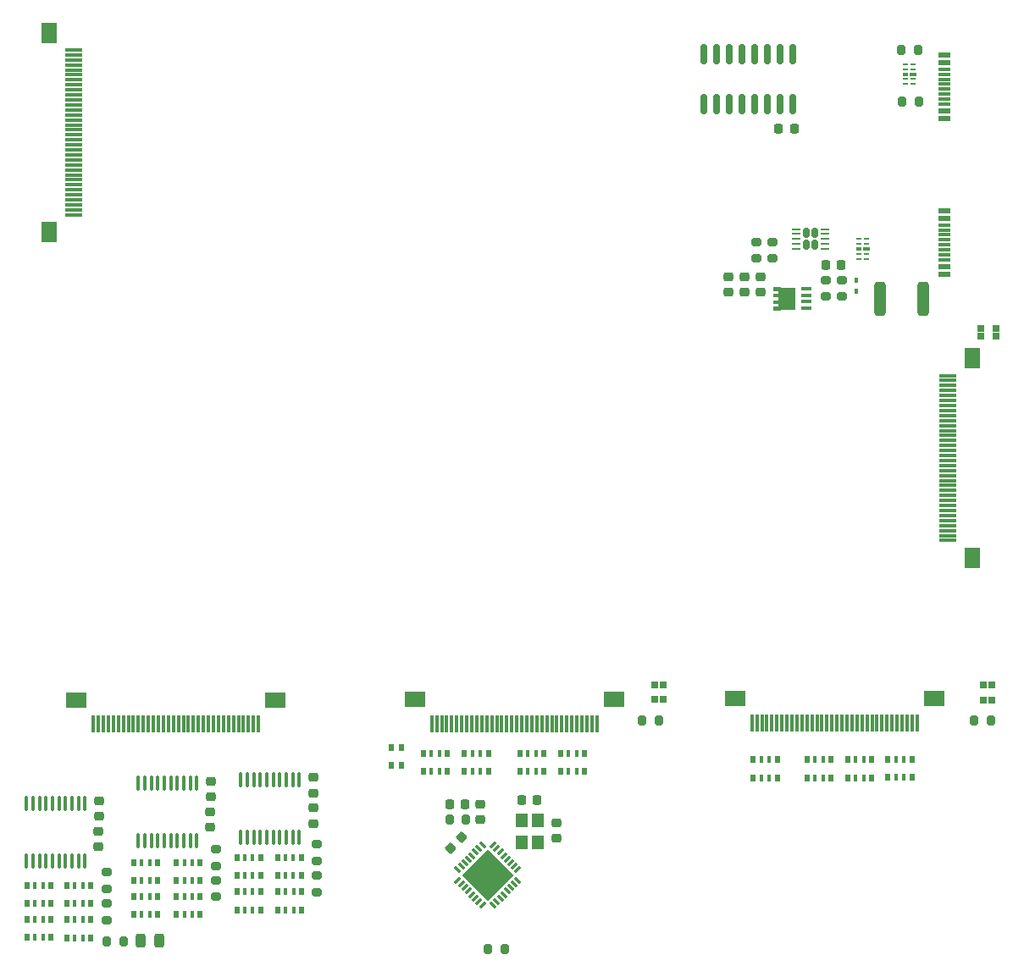
<source format=gtp>
G04 #@! TF.GenerationSoftware,KiCad,Pcbnew,9.0.2-2.fc42*
G04 #@! TF.CreationDate,2025-07-15T14:43:00+03:00*
G04 #@! TF.ProjectId,QMTECH_XC7A100T-Expantion-Board,514d5445-4348-45f5-9843-374131303054,rev?*
G04 #@! TF.SameCoordinates,Original*
G04 #@! TF.FileFunction,Paste,Top*
G04 #@! TF.FilePolarity,Positive*
%FSLAX46Y46*%
G04 Gerber Fmt 4.6, Leading zero omitted, Abs format (unit mm)*
G04 Created by KiCad (PCBNEW 9.0.2-2.fc42) date 2025-07-15 14:43:00*
%MOMM*%
%LPD*%
G01*
G04 APERTURE LIST*
G04 Aperture macros list*
%AMRoundRect*
0 Rectangle with rounded corners*
0 $1 Rounding radius*
0 $2 $3 $4 $5 $6 $7 $8 $9 X,Y pos of 4 corners*
0 Add a 4 corners polygon primitive as box body*
4,1,4,$2,$3,$4,$5,$6,$7,$8,$9,$2,$3,0*
0 Add four circle primitives for the rounded corners*
1,1,$1+$1,$2,$3*
1,1,$1+$1,$4,$5*
1,1,$1+$1,$6,$7*
1,1,$1+$1,$8,$9*
0 Add four rect primitives between the rounded corners*
20,1,$1+$1,$2,$3,$4,$5,0*
20,1,$1+$1,$4,$5,$6,$7,0*
20,1,$1+$1,$6,$7,$8,$9,0*
20,1,$1+$1,$8,$9,$2,$3,0*%
%AMRotRect*
0 Rectangle, with rotation*
0 The origin of the aperture is its center*
0 $1 length*
0 $2 width*
0 $3 Rotation angle, in degrees counterclockwise*
0 Add horizontal line*
21,1,$1,$2,0,0,$3*%
%AMFreePoly0*
4,1,21,1.372500,0.787500,0.862500,0.787500,0.862500,0.532500,1.372500,0.532500,1.372500,0.127500,0.862500,0.127500,0.862500,-0.127500,1.372500,-0.127500,1.372500,-0.532500,0.862500,-0.532500,0.862500,-0.787500,1.372500,-0.787500,1.372500,-1.195000,0.612500,-1.195000,0.612500,-1.117500,-0.862500,-1.117500,-0.862500,1.117500,0.612500,1.117500,0.612500,1.195000,1.372500,1.195000,
1.372500,0.787500,1.372500,0.787500,$1*%
G04 Aperture macros list end*
%ADD10R,0.500000X0.800000*%
%ADD11RoundRect,0.225000X0.250000X-0.225000X0.250000X0.225000X-0.250000X0.225000X-0.250000X-0.225000X0*%
%ADD12R,0.400000X0.800000*%
%ADD13R,0.300000X1.800000*%
%ADD14R,2.000000X1.500000*%
%ADD15RoundRect,0.243750X0.243750X0.456250X-0.243750X0.456250X-0.243750X-0.456250X0.243750X-0.456250X0*%
%ADD16RoundRect,0.200000X0.275000X-0.200000X0.275000X0.200000X-0.275000X0.200000X-0.275000X-0.200000X0*%
%ADD17RoundRect,0.200000X-0.200000X-0.275000X0.200000X-0.275000X0.200000X0.275000X-0.200000X0.275000X0*%
%ADD18RoundRect,0.200000X-0.275000X0.200000X-0.275000X-0.200000X0.275000X-0.200000X0.275000X0.200000X0*%
%ADD19R,0.650000X0.800000*%
%ADD20RoundRect,0.225000X-0.225000X-0.250000X0.225000X-0.250000X0.225000X0.250000X-0.225000X0.250000X0*%
%ADD21R,0.450000X0.600000*%
%ADD22RoundRect,0.200000X0.200000X0.275000X-0.200000X0.275000X-0.200000X-0.275000X0.200000X-0.275000X0*%
%ADD23RoundRect,0.100000X-0.100000X0.637500X-0.100000X-0.637500X0.100000X-0.637500X0.100000X0.637500X0*%
%ADD24R,1.800000X0.300000*%
%ADD25R,1.500000X2.000000*%
%ADD26RoundRect,0.225000X0.225000X0.250000X-0.225000X0.250000X-0.225000X-0.250000X0.225000X-0.250000X0*%
%ADD27R,0.625000X0.250000*%
%ADD28R,0.700000X0.450000*%
%ADD29R,0.575000X0.450000*%
%ADD30R,1.160000X0.600000*%
%ADD31R,1.160000X0.300000*%
%ADD32RoundRect,0.225000X0.017678X-0.335876X0.335876X-0.017678X-0.017678X0.335876X-0.335876X0.017678X0*%
%ADD33RoundRect,0.167500X0.167500X0.312500X-0.167500X0.312500X-0.167500X-0.312500X0.167500X-0.312500X0*%
%ADD34RoundRect,0.062500X0.362500X0.062500X-0.362500X0.062500X-0.362500X-0.062500X0.362500X-0.062500X0*%
%ADD35RoundRect,0.225000X-0.250000X0.225000X-0.250000X-0.225000X0.250000X-0.225000X0.250000X0.225000X0*%
%ADD36R,0.800000X0.650000*%
%ADD37R,0.990000X0.405000*%
%ADD38FreePoly0,180.000000*%
%ADD39R,1.200000X1.400000*%
%ADD40RoundRect,0.150000X-0.150000X0.825000X-0.150000X-0.825000X0.150000X-0.825000X0.150000X0.825000X0*%
%ADD41RoundRect,0.250000X-0.312500X-1.450000X0.312500X-1.450000X0.312500X1.450000X-0.312500X1.450000X0*%
%ADD42RotRect,0.800000X0.300000X135.000000*%
%ADD43RotRect,0.800000X0.300000X225.000000*%
%ADD44RotRect,0.800000X0.300000X315.000000*%
%ADD45RotRect,0.800000X0.300000X45.000000*%
%ADD46RotRect,3.600000X3.600000X135.000000*%
G04 APERTURE END LIST*
D10*
X99593400Y-117275200D03*
X98593402Y-117275200D03*
X98593402Y-119075200D03*
X99593400Y-119075200D03*
D11*
X90805000Y-124854000D03*
X90805000Y-123304000D03*
X69291200Y-127165400D03*
X69291200Y-125615400D03*
D10*
X72822000Y-130556000D03*
D12*
X73622000Y-130556000D03*
X74422000Y-130556000D03*
D10*
X75222000Y-130556000D03*
X75222000Y-128756000D03*
D12*
X74422000Y-128756000D03*
X73622000Y-128756000D03*
D10*
X72822000Y-128756000D03*
D11*
X132257800Y-71742600D03*
X132257800Y-70192600D03*
D13*
X68795000Y-114935000D03*
X69295000Y-114935000D03*
X69795000Y-114935000D03*
X70295000Y-114935000D03*
X70795000Y-114935000D03*
X71295000Y-114935000D03*
X71795000Y-114935000D03*
X72295000Y-114935000D03*
X72795000Y-114935000D03*
X73295000Y-114935000D03*
X73795000Y-114935000D03*
X74295000Y-114935000D03*
X74795000Y-114935000D03*
X75295000Y-114935000D03*
X75795000Y-114935000D03*
X76295000Y-114935000D03*
X76795000Y-114935000D03*
X77295000Y-114935000D03*
X77795000Y-114935000D03*
X78295000Y-114935000D03*
X78795000Y-114935000D03*
X79295000Y-114935000D03*
X79795000Y-114935000D03*
X80295000Y-114935000D03*
X80795000Y-114935000D03*
X81295000Y-114935000D03*
X81795000Y-114935000D03*
X82295000Y-114935000D03*
X82795000Y-114935000D03*
X83295000Y-114935000D03*
X83795000Y-114935000D03*
X84295000Y-114935000D03*
X84795000Y-114935000D03*
X85295000Y-114935000D03*
D14*
X86995000Y-112495000D03*
X67095000Y-112495000D03*
D10*
X104197000Y-117845000D03*
D12*
X103397000Y-117845000D03*
X102597000Y-117845000D03*
D10*
X101797000Y-117845000D03*
X101797000Y-119645000D03*
D12*
X102597000Y-119645000D03*
X103397000Y-119645000D03*
D10*
X104197000Y-119645000D03*
D11*
X80568800Y-122187000D03*
X80568800Y-120637000D03*
D15*
X75410301Y-136575800D03*
X73535299Y-136575800D03*
D16*
X143637000Y-72173600D03*
X143637000Y-70523600D03*
D10*
X66148000Y-132842000D03*
D12*
X66948000Y-132842000D03*
X67748000Y-132842000D03*
D10*
X68548000Y-132842000D03*
X68548000Y-131042000D03*
D12*
X67748000Y-131042000D03*
X66948000Y-131042000D03*
D10*
X66148000Y-131042000D03*
D17*
X108268000Y-137414000D03*
X109918000Y-137414000D03*
D18*
X91135200Y-126962400D03*
X91135200Y-128612400D03*
D10*
X77083000Y-133985000D03*
D12*
X77883000Y-133985000D03*
X78683000Y-133985000D03*
D10*
X79483000Y-133985000D03*
X79483000Y-132185000D03*
D12*
X78683000Y-132185000D03*
X77883000Y-132185000D03*
D10*
X77083000Y-132185000D03*
D19*
X158572200Y-112547400D03*
X157732200Y-112547400D03*
X157732200Y-111047400D03*
X158572200Y-111047400D03*
D18*
X135051800Y-66713600D03*
X135051800Y-68363600D03*
D20*
X111620000Y-122555000D03*
X113170000Y-122555000D03*
X104431800Y-122961400D03*
X105981800Y-122961400D03*
D10*
X62173000Y-132842000D03*
D12*
X62973000Y-132842000D03*
X63773000Y-132842000D03*
D10*
X64573000Y-132842000D03*
X64573000Y-131042000D03*
D12*
X63773000Y-131042000D03*
X62973000Y-131042000D03*
D10*
X62173000Y-131042000D03*
D13*
X102621000Y-114885000D03*
X103121000Y-114885000D03*
X103621000Y-114885000D03*
X104121000Y-114885000D03*
X104621000Y-114885000D03*
X105121000Y-114885000D03*
X105621000Y-114885000D03*
X106121000Y-114885000D03*
X106621000Y-114885000D03*
X107121000Y-114885000D03*
X107621000Y-114885000D03*
X108121000Y-114885000D03*
X108621000Y-114885000D03*
X109121000Y-114885000D03*
X109621000Y-114885000D03*
X110121000Y-114885000D03*
X110621000Y-114885000D03*
X111121000Y-114885000D03*
X111621000Y-114885000D03*
X112121000Y-114885000D03*
X112621000Y-114885000D03*
X113121000Y-114885000D03*
X113621000Y-114885000D03*
X114121000Y-114885000D03*
X114621000Y-114885000D03*
X115121000Y-114885000D03*
X115621000Y-114885000D03*
X116121000Y-114885000D03*
X116621000Y-114885000D03*
X117121000Y-114885000D03*
X117621000Y-114885000D03*
X118121000Y-114885000D03*
X118621000Y-114885000D03*
X119121000Y-114885000D03*
D14*
X120821000Y-112445000D03*
X100921000Y-112445000D03*
D21*
X145034000Y-71670000D03*
X145034000Y-70570000D03*
D11*
X90805000Y-121806000D03*
X90805000Y-120256000D03*
D10*
X108280000Y-117845000D03*
D12*
X107480000Y-117845000D03*
X106680000Y-117845000D03*
D10*
X105880000Y-117845000D03*
X105880000Y-119645000D03*
D12*
X106680000Y-119645000D03*
X107480000Y-119645000D03*
D10*
X108280000Y-119645000D03*
D22*
X158482800Y-114554000D03*
X156832800Y-114554000D03*
D23*
X79125000Y-120835500D03*
X78475000Y-120835500D03*
X77825000Y-120835500D03*
X77175000Y-120835500D03*
X76525000Y-120835500D03*
X75875000Y-120835500D03*
X75225000Y-120835500D03*
X74575000Y-120835500D03*
X73925000Y-120835500D03*
X73275000Y-120835500D03*
X73275000Y-126560500D03*
X73925000Y-126560500D03*
X74575000Y-126560500D03*
X75225000Y-126560500D03*
X75875000Y-126560500D03*
X76525000Y-126560500D03*
X77175000Y-126560500D03*
X77825000Y-126560500D03*
X78475000Y-126560500D03*
X79125000Y-126560500D03*
D24*
X66801500Y-64003000D03*
X66801500Y-63503000D03*
X66801500Y-63003000D03*
X66801500Y-62503000D03*
X66801500Y-62003000D03*
X66801500Y-61503000D03*
X66801500Y-61003000D03*
X66801500Y-60503000D03*
X66801500Y-60003000D03*
X66801500Y-59503000D03*
X66801500Y-59003000D03*
X66801500Y-58503000D03*
X66801500Y-58003000D03*
X66801500Y-57503000D03*
X66801500Y-57003000D03*
X66801500Y-56503000D03*
X66801500Y-56003000D03*
X66801500Y-55503000D03*
X66801500Y-55003000D03*
X66801500Y-54503000D03*
X66801500Y-54003000D03*
X66801500Y-53503000D03*
X66801500Y-53003000D03*
X66801500Y-52503000D03*
X66801500Y-52003000D03*
X66801500Y-51503000D03*
X66801500Y-51003000D03*
X66801500Y-50503000D03*
X66801500Y-50003000D03*
X66801500Y-49503000D03*
X66801500Y-49003000D03*
X66801500Y-48503000D03*
X66801500Y-48003000D03*
X66801500Y-47503000D03*
D25*
X64361500Y-45803000D03*
X64361500Y-65703000D03*
D18*
X70129400Y-132855200D03*
X70129400Y-134505200D03*
D26*
X143548400Y-69037200D03*
X141998400Y-69037200D03*
D10*
X137160000Y-118480000D03*
D12*
X136360000Y-118480000D03*
X135560000Y-118480000D03*
D10*
X134760000Y-118480000D03*
X134760000Y-120280000D03*
D12*
X135560000Y-120280000D03*
X136360000Y-120280000D03*
D10*
X137160000Y-120280000D03*
X117913000Y-117845000D03*
D12*
X117113000Y-117845000D03*
X116313000Y-117845000D03*
D10*
X115513000Y-117845000D03*
X115513000Y-119645000D03*
D12*
X116313000Y-119645000D03*
X117113000Y-119645000D03*
D10*
X117913000Y-119645000D03*
D18*
X70129400Y-129756400D03*
X70129400Y-131406400D03*
D27*
X146088399Y-68393800D03*
X146088398Y-67893800D03*
D28*
X146050898Y-67393800D03*
D27*
X146088398Y-66893800D03*
X146088399Y-66393800D03*
X145313399Y-66393800D03*
X145313400Y-66893800D03*
D29*
X145288398Y-67393800D03*
D27*
X145313400Y-67893800D03*
X145313399Y-68393800D03*
D30*
X153847600Y-69953200D03*
X153847600Y-69153200D03*
D31*
X153847600Y-68003199D03*
X153847600Y-67003200D03*
X153847600Y-66503200D03*
X153847600Y-65503201D03*
D30*
X153847600Y-64353200D03*
X153847600Y-63553200D03*
X153847600Y-63553200D03*
X153847600Y-64353200D03*
D31*
X153847600Y-65003200D03*
X153847600Y-66003200D03*
X153847600Y-67503200D03*
X153847600Y-68503200D03*
D30*
X153847600Y-69153200D03*
X153847600Y-69953200D03*
D11*
X80467200Y-125235000D03*
X80467200Y-123685000D03*
D32*
X104521000Y-127381000D03*
X105617016Y-126284984D03*
D23*
X89371000Y-120513000D03*
X88721000Y-120513000D03*
X88071000Y-120513000D03*
X87421000Y-120513000D03*
X86771000Y-120513000D03*
X86121000Y-120513000D03*
X85471000Y-120513000D03*
X84821000Y-120513000D03*
X84171000Y-120513000D03*
X83521000Y-120513000D03*
X83521000Y-126238000D03*
X84171000Y-126238000D03*
X84821000Y-126238000D03*
X85471000Y-126238000D03*
X86121000Y-126238000D03*
X86771000Y-126238000D03*
X87421000Y-126238000D03*
X88071000Y-126238000D03*
X88721000Y-126238000D03*
X89371000Y-126238000D03*
X67949000Y-122867500D03*
X67299000Y-122867500D03*
X66649000Y-122867500D03*
X65999000Y-122867500D03*
X65349000Y-122867500D03*
X64699000Y-122867500D03*
X64049000Y-122867500D03*
X63399000Y-122867500D03*
X62749000Y-122867500D03*
X62099000Y-122867500D03*
X62099000Y-128592500D03*
X62749000Y-128592500D03*
X63399000Y-128592500D03*
X64049000Y-128592500D03*
X64699000Y-128592500D03*
X65349000Y-128592500D03*
X65999000Y-128592500D03*
X66649000Y-128592500D03*
X67299000Y-128592500D03*
X67949000Y-128592500D03*
D10*
X66129000Y-136282000D03*
D12*
X66929000Y-136282000D03*
X67729000Y-136282000D03*
D10*
X68529000Y-136282000D03*
X68529000Y-134482000D03*
D12*
X67729000Y-134482000D03*
X66929000Y-134482000D03*
D10*
X66129000Y-134482000D03*
X142551000Y-118491000D03*
D12*
X141751000Y-118491000D03*
X140951000Y-118491000D03*
D10*
X140151000Y-118491000D03*
X140151000Y-120291000D03*
D12*
X140951000Y-120291000D03*
X141751000Y-120291000D03*
D10*
X142551000Y-120291000D03*
D24*
X154178500Y-80065800D03*
X154178500Y-80565800D03*
X154178500Y-81065800D03*
X154178500Y-81565800D03*
X154178500Y-82065800D03*
X154178500Y-82565800D03*
X154178500Y-83065800D03*
X154178500Y-83565800D03*
X154178500Y-84065800D03*
X154178500Y-84565800D03*
X154178500Y-85065800D03*
X154178500Y-85565800D03*
X154178500Y-86065800D03*
X154178500Y-86565800D03*
X154178500Y-87065800D03*
X154178500Y-87565800D03*
X154178500Y-88065800D03*
X154178500Y-88565800D03*
X154178500Y-89065800D03*
X154178500Y-89565800D03*
X154178500Y-90065800D03*
X154178500Y-90565800D03*
X154178500Y-91065800D03*
X154178500Y-91565800D03*
X154178500Y-92065800D03*
X154178500Y-92565800D03*
X154178500Y-93065800D03*
X154178500Y-93565800D03*
X154178500Y-94065800D03*
X154178500Y-94565800D03*
X154178500Y-95065800D03*
X154178500Y-95565800D03*
X154178500Y-96065800D03*
X154178500Y-96565800D03*
D25*
X156618500Y-98265800D03*
X156618500Y-78365800D03*
D22*
X125310400Y-114528600D03*
X123660400Y-114528600D03*
D10*
X87211000Y-133499000D03*
D12*
X88011000Y-133499000D03*
X88811000Y-133499000D03*
D10*
X89611000Y-133499000D03*
X89611000Y-131699000D03*
D12*
X88811000Y-131699000D03*
X88011000Y-131699000D03*
D10*
X87211000Y-131699000D03*
X83128000Y-130059000D03*
D12*
X83928000Y-130059000D03*
X84728000Y-130059000D03*
D10*
X85528000Y-130059000D03*
X85528000Y-128259000D03*
D12*
X84728000Y-128259000D03*
X83928000Y-128259000D03*
D10*
X83128000Y-128259000D03*
D17*
X149568400Y-47498000D03*
X151218400Y-47498000D03*
D33*
X140872000Y-67016000D03*
X140872000Y-65826000D03*
X140052000Y-67016000D03*
X140052000Y-65826000D03*
D34*
X141912000Y-67421000D03*
X141912000Y-66921000D03*
X141912000Y-66421000D03*
X141912000Y-65921000D03*
X141912000Y-65421000D03*
X139012000Y-65421000D03*
X139012000Y-65921000D03*
X139012000Y-66421000D03*
X139012000Y-66921000D03*
X139012000Y-67421000D03*
D26*
X138849400Y-55346600D03*
X137299400Y-55346600D03*
D35*
X107442000Y-122948400D03*
X107442000Y-124498400D03*
D18*
X91135200Y-130061200D03*
X91135200Y-131711200D03*
D11*
X133853400Y-71742600D03*
X133853400Y-70192600D03*
D17*
X70168000Y-136652000D03*
X71818000Y-136652000D03*
D11*
X115062000Y-126365000D03*
X115062000Y-124815000D03*
D36*
X159017400Y-75322800D03*
X159017400Y-76162800D03*
X157517400Y-76162800D03*
X157517400Y-75322800D03*
D37*
X140081000Y-73354600D03*
X140081000Y-72694600D03*
X140081000Y-72034600D03*
X140081000Y-71374600D03*
D38*
X138088500Y-72364600D03*
D13*
X134625000Y-114807500D03*
X135125000Y-114807500D03*
X135625000Y-114807500D03*
X136125000Y-114807500D03*
X136625000Y-114807500D03*
X137125000Y-114807500D03*
X137625000Y-114807500D03*
X138125000Y-114807500D03*
X138625000Y-114807500D03*
X139125000Y-114807500D03*
X139625000Y-114807500D03*
X140125000Y-114807500D03*
X140625000Y-114807500D03*
X141125000Y-114807500D03*
X141625000Y-114807500D03*
X142125000Y-114807500D03*
X142625000Y-114807500D03*
X143125000Y-114807500D03*
X143625000Y-114807500D03*
X144125000Y-114807500D03*
X144625000Y-114807500D03*
X145125000Y-114807500D03*
X145625000Y-114807500D03*
X146125000Y-114807500D03*
X146625000Y-114807500D03*
X147125000Y-114807500D03*
X147625000Y-114807500D03*
X148125000Y-114807500D03*
X148625000Y-114807500D03*
X149125000Y-114807500D03*
X149625000Y-114807500D03*
X150125000Y-114807500D03*
X150625000Y-114807500D03*
X151125000Y-114807500D03*
D14*
X152825000Y-112367500D03*
X132925000Y-112367500D03*
D11*
X69342000Y-124168200D03*
X69342000Y-122618200D03*
D39*
X113233000Y-126746000D03*
X113233000Y-124546000D03*
X111633000Y-124546000D03*
X111633000Y-126746000D03*
D10*
X87192000Y-130070000D03*
D12*
X87992000Y-130070000D03*
X88792000Y-130070000D03*
D10*
X89592000Y-130070000D03*
X89592000Y-128270000D03*
D12*
X88792000Y-128270000D03*
X87992000Y-128270000D03*
D10*
X87192000Y-128270000D03*
D22*
X106031800Y-124485400D03*
X104381800Y-124485400D03*
D10*
X83128000Y-133488000D03*
D12*
X83928000Y-133488000D03*
X84728000Y-133488000D03*
D10*
X85528000Y-133488000D03*
X85528000Y-131688000D03*
D12*
X84728000Y-131688000D03*
X83928000Y-131688000D03*
D10*
X83128000Y-131688000D03*
D18*
X81026000Y-127445000D03*
X81026000Y-129095000D03*
D27*
X150755000Y-50924700D03*
X150754999Y-50424700D03*
D28*
X150717499Y-49924700D03*
D27*
X150754999Y-49424700D03*
X150755000Y-48924700D03*
X149980000Y-48924700D03*
X149980001Y-49424700D03*
D29*
X149954999Y-49924700D03*
D27*
X149980001Y-50424700D03*
X149980000Y-50924700D03*
D10*
X77083000Y-130556000D03*
D12*
X77883000Y-130556000D03*
X78683000Y-130556000D03*
D10*
X79483000Y-130556000D03*
X79483000Y-128756000D03*
D12*
X78683000Y-128756000D03*
X77883000Y-128756000D03*
D10*
X77083000Y-128756000D03*
D17*
X149644600Y-52705000D03*
X151294600Y-52705000D03*
D40*
X138675200Y-47944000D03*
X137405200Y-47944000D03*
X136135200Y-47944000D03*
X134865200Y-47944000D03*
X133595200Y-47944000D03*
X132325200Y-47944000D03*
X131055200Y-47944000D03*
X129785200Y-47944000D03*
X129785200Y-52894000D03*
X131055200Y-52894000D03*
X132325200Y-52894000D03*
X133595200Y-52894000D03*
X134865200Y-52894000D03*
X136135200Y-52894000D03*
X137405200Y-52894000D03*
X138675200Y-52894000D03*
D19*
X125718200Y-112484600D03*
X124878200Y-112484600D03*
X124878200Y-110984600D03*
X125718200Y-110984600D03*
D41*
X147464600Y-72390000D03*
X151739600Y-72390000D03*
D10*
X146615000Y-118480000D03*
D12*
X145815000Y-118480000D03*
X145015000Y-118480000D03*
D10*
X144215000Y-118480000D03*
X144215000Y-120280000D03*
D12*
X145015000Y-120280000D03*
X145815000Y-120280000D03*
D10*
X146615000Y-120280000D03*
D16*
X142011400Y-72148400D03*
X142011400Y-70498400D03*
D10*
X150609000Y-118469000D03*
D12*
X149809000Y-118469000D03*
X149009000Y-118469000D03*
D10*
X148209000Y-118469000D03*
X148209000Y-120269000D03*
D12*
X149009000Y-120269000D03*
X149809000Y-120269000D03*
D10*
X150609000Y-120269000D03*
D18*
X81026000Y-130556000D03*
X81026000Y-132206000D03*
D10*
X72822000Y-133974000D03*
D12*
X73622000Y-133974000D03*
X74422000Y-133974000D03*
D10*
X75222000Y-133974000D03*
X75222000Y-132174000D03*
D12*
X74422000Y-132174000D03*
X73622000Y-132174000D03*
D10*
X72822000Y-132174000D03*
D30*
X153841001Y-54381000D03*
X153841001Y-53581000D03*
D31*
X153841001Y-52430999D03*
X153841001Y-51431000D03*
X153841001Y-50931000D03*
X153841001Y-49931001D03*
D30*
X153841001Y-48781000D03*
X153841001Y-47981000D03*
X153841001Y-47981000D03*
X153841001Y-48781000D03*
D31*
X153841001Y-49431000D03*
X153841001Y-50431000D03*
X153841001Y-51931000D03*
X153841001Y-52931000D03*
D30*
X153841001Y-53581000D03*
X153841001Y-54381000D03*
D16*
X136652000Y-68337800D03*
X136652000Y-66687800D03*
D42*
X108751726Y-133030874D03*
X109105279Y-132677320D03*
X109458833Y-132323767D03*
X109812386Y-131970214D03*
X110165940Y-131616660D03*
X110519493Y-131263107D03*
X110873046Y-130909553D03*
X111226600Y-130556000D03*
D43*
X111226600Y-129495340D03*
X110873046Y-129141787D03*
X110519493Y-128788233D03*
X110165940Y-128434680D03*
X109812386Y-128081126D03*
X109458833Y-127727573D03*
X109105279Y-127374020D03*
X108751726Y-127020466D03*
D44*
X107691066Y-127020466D03*
X107337513Y-127374020D03*
X106983959Y-127727573D03*
X106630406Y-128081126D03*
X106276852Y-128434680D03*
X105923299Y-128788233D03*
X105569746Y-129141787D03*
X105216192Y-129495340D03*
D45*
X105216192Y-130556000D03*
X105569746Y-130909553D03*
X105923299Y-131263107D03*
X106276852Y-131616660D03*
X106630406Y-131970214D03*
X106983959Y-132323767D03*
X107337513Y-132677320D03*
X107691066Y-133030874D03*
D46*
X108221396Y-130025670D03*
D11*
X135458200Y-71755600D03*
X135458200Y-70205600D03*
D10*
X113849000Y-117845000D03*
D12*
X113049000Y-117845000D03*
X112249000Y-117845000D03*
D10*
X111449000Y-117845000D03*
X111449000Y-119645000D03*
D12*
X112249000Y-119645000D03*
X113049000Y-119645000D03*
D10*
X113849000Y-119645000D03*
X62173000Y-136271000D03*
D12*
X62973000Y-136271000D03*
X63773000Y-136271000D03*
D10*
X64573000Y-136271000D03*
X64573000Y-134471000D03*
D12*
X63773000Y-134471000D03*
X62973000Y-134471000D03*
D10*
X62173000Y-134471000D03*
M02*

</source>
